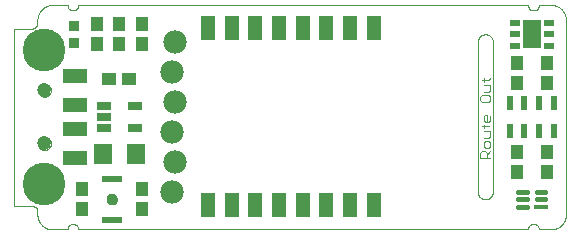
<source format=gts>
G75*
%MOIN*%
%OFA0B0*%
%FSLAX25Y25*%
%IPPOS*%
%LPD*%
%AMOC8*
5,1,8,0,0,1.08239X$1,22.5*
%
%ADD10C,0.00000*%
%ADD11C,0.00200*%
%ADD12R,0.05124X0.08274*%
%ADD13R,0.03200X0.02000*%
%ADD14R,0.06300X0.09800*%
%ADD15R,0.04337X0.04731*%
%ADD16C,0.14243*%
%ADD17R,0.08274X0.05124*%
%ADD18C,0.04731*%
%ADD19R,0.04731X0.04337*%
%ADD20R,0.03550X0.03550*%
%ADD21R,0.05124X0.02565*%
%ADD22C,0.07800*%
%ADD23C,0.03746*%
%ADD24R,0.06693X0.02362*%
%ADD25R,0.05912X0.06699*%
%ADD26R,0.04534X0.01581*%
%ADD27C,0.01581*%
%ADD28R,0.02369X0.05124*%
D10*
X0059959Y0009119D02*
X0059959Y0068175D01*
X0065864Y0068175D01*
X0065864Y0068174D02*
X0065950Y0068176D01*
X0066036Y0068181D01*
X0066121Y0068191D01*
X0066206Y0068204D01*
X0066290Y0068221D01*
X0066374Y0068241D01*
X0066456Y0068265D01*
X0066537Y0068293D01*
X0066618Y0068324D01*
X0066696Y0068358D01*
X0066773Y0068396D01*
X0066849Y0068438D01*
X0066922Y0068482D01*
X0066993Y0068530D01*
X0067063Y0068581D01*
X0067130Y0068635D01*
X0067194Y0068691D01*
X0067256Y0068751D01*
X0067316Y0068813D01*
X0067372Y0068877D01*
X0067426Y0068944D01*
X0067477Y0069014D01*
X0067525Y0069085D01*
X0067569Y0069159D01*
X0067611Y0069234D01*
X0067649Y0069311D01*
X0067683Y0069389D01*
X0067714Y0069470D01*
X0067742Y0069551D01*
X0067766Y0069633D01*
X0067786Y0069717D01*
X0067803Y0069801D01*
X0067816Y0069886D01*
X0067826Y0069971D01*
X0067831Y0070057D01*
X0067833Y0070143D01*
X0067833Y0071049D01*
X0067835Y0071189D01*
X0067841Y0071329D01*
X0067851Y0071469D01*
X0067864Y0071609D01*
X0067882Y0071748D01*
X0067904Y0071887D01*
X0067929Y0072024D01*
X0067958Y0072162D01*
X0067991Y0072298D01*
X0068028Y0072433D01*
X0068069Y0072567D01*
X0068114Y0072700D01*
X0068162Y0072832D01*
X0068214Y0072962D01*
X0068269Y0073091D01*
X0068328Y0073218D01*
X0068391Y0073344D01*
X0068457Y0073468D01*
X0068526Y0073589D01*
X0068599Y0073709D01*
X0068676Y0073827D01*
X0068755Y0073942D01*
X0068838Y0074056D01*
X0068924Y0074166D01*
X0069013Y0074275D01*
X0069105Y0074381D01*
X0069200Y0074484D01*
X0069297Y0074585D01*
X0069398Y0074682D01*
X0069501Y0074777D01*
X0069607Y0074869D01*
X0069716Y0074958D01*
X0069826Y0075044D01*
X0069940Y0075127D01*
X0070055Y0075206D01*
X0070173Y0075283D01*
X0070293Y0075356D01*
X0070414Y0075425D01*
X0070538Y0075491D01*
X0070664Y0075554D01*
X0070791Y0075613D01*
X0070920Y0075668D01*
X0071050Y0075720D01*
X0071182Y0075768D01*
X0071315Y0075813D01*
X0071449Y0075854D01*
X0071584Y0075891D01*
X0071720Y0075924D01*
X0071858Y0075953D01*
X0071995Y0075978D01*
X0072134Y0076000D01*
X0072273Y0076018D01*
X0072413Y0076031D01*
X0072553Y0076041D01*
X0072693Y0076047D01*
X0072833Y0076049D01*
X0077963Y0076049D01*
X0077963Y0075617D01*
X0077965Y0075549D01*
X0077970Y0075482D01*
X0077979Y0075415D01*
X0077992Y0075348D01*
X0078009Y0075283D01*
X0078028Y0075218D01*
X0078052Y0075154D01*
X0078079Y0075092D01*
X0078109Y0075031D01*
X0078142Y0074973D01*
X0078178Y0074916D01*
X0078218Y0074861D01*
X0078260Y0074808D01*
X0078306Y0074757D01*
X0078353Y0074710D01*
X0078404Y0074664D01*
X0078457Y0074622D01*
X0078512Y0074582D01*
X0078569Y0074546D01*
X0078627Y0074513D01*
X0078688Y0074483D01*
X0078750Y0074456D01*
X0078814Y0074432D01*
X0078879Y0074413D01*
X0078944Y0074396D01*
X0079011Y0074383D01*
X0079078Y0074374D01*
X0079145Y0074369D01*
X0079213Y0074367D01*
X0080075Y0074367D01*
X0080143Y0074369D01*
X0080210Y0074374D01*
X0080277Y0074383D01*
X0080344Y0074396D01*
X0080409Y0074413D01*
X0080474Y0074432D01*
X0080538Y0074456D01*
X0080600Y0074483D01*
X0080661Y0074513D01*
X0080719Y0074546D01*
X0080776Y0074582D01*
X0080831Y0074622D01*
X0080884Y0074664D01*
X0080935Y0074710D01*
X0080982Y0074757D01*
X0081028Y0074808D01*
X0081070Y0074861D01*
X0081110Y0074916D01*
X0081146Y0074973D01*
X0081179Y0075031D01*
X0081209Y0075092D01*
X0081236Y0075154D01*
X0081260Y0075218D01*
X0081279Y0075283D01*
X0081296Y0075348D01*
X0081309Y0075415D01*
X0081318Y0075482D01*
X0081323Y0075549D01*
X0081325Y0075617D01*
X0081325Y0076049D01*
X0231506Y0076049D01*
X0231506Y0075617D01*
X0231508Y0075549D01*
X0231513Y0075482D01*
X0231522Y0075415D01*
X0231535Y0075348D01*
X0231552Y0075283D01*
X0231571Y0075218D01*
X0231595Y0075154D01*
X0231622Y0075092D01*
X0231652Y0075031D01*
X0231685Y0074973D01*
X0231721Y0074916D01*
X0231761Y0074861D01*
X0231803Y0074808D01*
X0231849Y0074757D01*
X0231896Y0074710D01*
X0231947Y0074664D01*
X0232000Y0074622D01*
X0232055Y0074582D01*
X0232112Y0074546D01*
X0232170Y0074513D01*
X0232231Y0074483D01*
X0232293Y0074456D01*
X0232357Y0074432D01*
X0232422Y0074413D01*
X0232487Y0074396D01*
X0232554Y0074383D01*
X0232621Y0074374D01*
X0232688Y0074369D01*
X0232756Y0074367D01*
X0233618Y0074367D01*
X0233686Y0074369D01*
X0233753Y0074374D01*
X0233820Y0074383D01*
X0233887Y0074396D01*
X0233952Y0074413D01*
X0234017Y0074432D01*
X0234081Y0074456D01*
X0234143Y0074483D01*
X0234204Y0074513D01*
X0234262Y0074546D01*
X0234319Y0074582D01*
X0234374Y0074622D01*
X0234427Y0074664D01*
X0234478Y0074710D01*
X0234525Y0074757D01*
X0234571Y0074808D01*
X0234613Y0074861D01*
X0234653Y0074916D01*
X0234689Y0074973D01*
X0234722Y0075031D01*
X0234752Y0075092D01*
X0234779Y0075154D01*
X0234803Y0075218D01*
X0234822Y0075283D01*
X0234839Y0075348D01*
X0234852Y0075415D01*
X0234861Y0075482D01*
X0234866Y0075549D01*
X0234868Y0075617D01*
X0234868Y0076049D01*
X0238998Y0076049D01*
X0239138Y0076047D01*
X0239278Y0076041D01*
X0239418Y0076031D01*
X0239558Y0076018D01*
X0239697Y0076000D01*
X0239836Y0075978D01*
X0239973Y0075953D01*
X0240111Y0075924D01*
X0240247Y0075891D01*
X0240382Y0075854D01*
X0240516Y0075813D01*
X0240649Y0075768D01*
X0240781Y0075720D01*
X0240911Y0075668D01*
X0241040Y0075613D01*
X0241167Y0075554D01*
X0241293Y0075491D01*
X0241417Y0075425D01*
X0241538Y0075356D01*
X0241658Y0075283D01*
X0241776Y0075206D01*
X0241891Y0075127D01*
X0242005Y0075044D01*
X0242115Y0074958D01*
X0242224Y0074869D01*
X0242330Y0074777D01*
X0242433Y0074682D01*
X0242534Y0074585D01*
X0242631Y0074484D01*
X0242726Y0074381D01*
X0242818Y0074275D01*
X0242907Y0074166D01*
X0242993Y0074056D01*
X0243076Y0073942D01*
X0243155Y0073827D01*
X0243232Y0073709D01*
X0243305Y0073589D01*
X0243374Y0073468D01*
X0243440Y0073344D01*
X0243503Y0073218D01*
X0243562Y0073091D01*
X0243617Y0072962D01*
X0243669Y0072832D01*
X0243717Y0072700D01*
X0243762Y0072567D01*
X0243803Y0072433D01*
X0243840Y0072298D01*
X0243873Y0072162D01*
X0243902Y0072024D01*
X0243927Y0071887D01*
X0243949Y0071748D01*
X0243967Y0071609D01*
X0243980Y0071469D01*
X0243990Y0071329D01*
X0243996Y0071189D01*
X0243998Y0071049D01*
X0243998Y0006245D01*
X0243996Y0006105D01*
X0243990Y0005965D01*
X0243980Y0005825D01*
X0243967Y0005685D01*
X0243949Y0005546D01*
X0243927Y0005407D01*
X0243902Y0005270D01*
X0243873Y0005132D01*
X0243840Y0004996D01*
X0243803Y0004861D01*
X0243762Y0004727D01*
X0243717Y0004594D01*
X0243669Y0004462D01*
X0243617Y0004332D01*
X0243562Y0004203D01*
X0243503Y0004076D01*
X0243440Y0003950D01*
X0243374Y0003826D01*
X0243305Y0003705D01*
X0243232Y0003585D01*
X0243155Y0003467D01*
X0243076Y0003352D01*
X0242993Y0003238D01*
X0242907Y0003128D01*
X0242818Y0003019D01*
X0242726Y0002913D01*
X0242631Y0002810D01*
X0242534Y0002709D01*
X0242433Y0002612D01*
X0242330Y0002517D01*
X0242224Y0002425D01*
X0242115Y0002336D01*
X0242005Y0002250D01*
X0241891Y0002167D01*
X0241776Y0002088D01*
X0241658Y0002011D01*
X0241538Y0001938D01*
X0241417Y0001869D01*
X0241293Y0001803D01*
X0241167Y0001740D01*
X0241040Y0001681D01*
X0240911Y0001626D01*
X0240781Y0001574D01*
X0240649Y0001526D01*
X0240516Y0001481D01*
X0240382Y0001440D01*
X0240247Y0001403D01*
X0240111Y0001370D01*
X0239973Y0001341D01*
X0239836Y0001316D01*
X0239697Y0001294D01*
X0239558Y0001276D01*
X0239418Y0001263D01*
X0239278Y0001253D01*
X0239138Y0001247D01*
X0238998Y0001245D01*
X0234868Y0001245D01*
X0234868Y0001677D01*
X0234866Y0001745D01*
X0234861Y0001812D01*
X0234852Y0001879D01*
X0234839Y0001946D01*
X0234822Y0002011D01*
X0234803Y0002076D01*
X0234779Y0002140D01*
X0234752Y0002202D01*
X0234722Y0002263D01*
X0234689Y0002321D01*
X0234653Y0002378D01*
X0234613Y0002433D01*
X0234571Y0002486D01*
X0234525Y0002537D01*
X0234478Y0002584D01*
X0234427Y0002630D01*
X0234374Y0002672D01*
X0234319Y0002712D01*
X0234262Y0002748D01*
X0234204Y0002781D01*
X0234143Y0002811D01*
X0234081Y0002838D01*
X0234017Y0002862D01*
X0233952Y0002881D01*
X0233887Y0002898D01*
X0233820Y0002911D01*
X0233753Y0002920D01*
X0233686Y0002925D01*
X0233618Y0002927D01*
X0232756Y0002927D01*
X0232688Y0002925D01*
X0232621Y0002920D01*
X0232554Y0002911D01*
X0232487Y0002898D01*
X0232422Y0002881D01*
X0232357Y0002862D01*
X0232293Y0002838D01*
X0232231Y0002811D01*
X0232170Y0002781D01*
X0232112Y0002748D01*
X0232055Y0002712D01*
X0232000Y0002672D01*
X0231947Y0002630D01*
X0231896Y0002584D01*
X0231849Y0002537D01*
X0231803Y0002486D01*
X0231761Y0002433D01*
X0231721Y0002378D01*
X0231685Y0002321D01*
X0231652Y0002263D01*
X0231622Y0002202D01*
X0231595Y0002140D01*
X0231571Y0002076D01*
X0231552Y0002011D01*
X0231535Y0001946D01*
X0231522Y0001879D01*
X0231513Y0001812D01*
X0231508Y0001745D01*
X0231506Y0001677D01*
X0231506Y0001245D01*
X0081325Y0001245D01*
X0081325Y0001677D01*
X0081323Y0001745D01*
X0081318Y0001812D01*
X0081309Y0001879D01*
X0081296Y0001946D01*
X0081279Y0002011D01*
X0081260Y0002076D01*
X0081236Y0002140D01*
X0081209Y0002202D01*
X0081179Y0002263D01*
X0081146Y0002321D01*
X0081110Y0002378D01*
X0081070Y0002433D01*
X0081028Y0002486D01*
X0080982Y0002537D01*
X0080935Y0002584D01*
X0080884Y0002630D01*
X0080831Y0002672D01*
X0080776Y0002712D01*
X0080719Y0002748D01*
X0080661Y0002781D01*
X0080600Y0002811D01*
X0080538Y0002838D01*
X0080474Y0002862D01*
X0080409Y0002881D01*
X0080344Y0002898D01*
X0080277Y0002911D01*
X0080210Y0002920D01*
X0080143Y0002925D01*
X0080075Y0002927D01*
X0079213Y0002927D01*
X0079145Y0002925D01*
X0079078Y0002920D01*
X0079011Y0002911D01*
X0078944Y0002898D01*
X0078879Y0002881D01*
X0078814Y0002862D01*
X0078750Y0002838D01*
X0078688Y0002811D01*
X0078627Y0002781D01*
X0078569Y0002748D01*
X0078512Y0002712D01*
X0078457Y0002672D01*
X0078404Y0002630D01*
X0078353Y0002584D01*
X0078306Y0002537D01*
X0078260Y0002486D01*
X0078218Y0002433D01*
X0078178Y0002378D01*
X0078142Y0002321D01*
X0078109Y0002263D01*
X0078079Y0002202D01*
X0078052Y0002140D01*
X0078028Y0002076D01*
X0078009Y0002011D01*
X0077992Y0001946D01*
X0077979Y0001879D01*
X0077970Y0001812D01*
X0077965Y0001745D01*
X0077963Y0001677D01*
X0077963Y0001245D01*
X0072833Y0001245D01*
X0072693Y0001247D01*
X0072553Y0001253D01*
X0072413Y0001263D01*
X0072273Y0001276D01*
X0072134Y0001294D01*
X0071995Y0001316D01*
X0071858Y0001341D01*
X0071720Y0001370D01*
X0071584Y0001403D01*
X0071449Y0001440D01*
X0071315Y0001481D01*
X0071182Y0001526D01*
X0071050Y0001574D01*
X0070920Y0001626D01*
X0070791Y0001681D01*
X0070664Y0001740D01*
X0070538Y0001803D01*
X0070414Y0001869D01*
X0070293Y0001938D01*
X0070173Y0002011D01*
X0070055Y0002088D01*
X0069940Y0002167D01*
X0069826Y0002250D01*
X0069716Y0002336D01*
X0069607Y0002425D01*
X0069501Y0002517D01*
X0069398Y0002612D01*
X0069297Y0002709D01*
X0069200Y0002810D01*
X0069105Y0002913D01*
X0069013Y0003019D01*
X0068924Y0003128D01*
X0068838Y0003238D01*
X0068755Y0003352D01*
X0068676Y0003467D01*
X0068599Y0003585D01*
X0068526Y0003705D01*
X0068457Y0003826D01*
X0068391Y0003950D01*
X0068328Y0004076D01*
X0068269Y0004203D01*
X0068214Y0004332D01*
X0068162Y0004462D01*
X0068114Y0004594D01*
X0068069Y0004727D01*
X0068028Y0004861D01*
X0067991Y0004996D01*
X0067958Y0005132D01*
X0067929Y0005270D01*
X0067904Y0005407D01*
X0067882Y0005546D01*
X0067864Y0005685D01*
X0067851Y0005825D01*
X0067841Y0005965D01*
X0067835Y0006105D01*
X0067833Y0006245D01*
X0067833Y0007151D01*
X0067831Y0007237D01*
X0067826Y0007323D01*
X0067816Y0007408D01*
X0067803Y0007493D01*
X0067786Y0007577D01*
X0067766Y0007661D01*
X0067742Y0007743D01*
X0067714Y0007824D01*
X0067683Y0007905D01*
X0067649Y0007983D01*
X0067611Y0008060D01*
X0067569Y0008136D01*
X0067525Y0008209D01*
X0067477Y0008280D01*
X0067426Y0008350D01*
X0067372Y0008417D01*
X0067316Y0008481D01*
X0067256Y0008543D01*
X0067194Y0008603D01*
X0067130Y0008659D01*
X0067063Y0008713D01*
X0066993Y0008764D01*
X0066922Y0008812D01*
X0066849Y0008856D01*
X0066773Y0008898D01*
X0066696Y0008936D01*
X0066618Y0008970D01*
X0066537Y0009001D01*
X0066456Y0009029D01*
X0066374Y0009053D01*
X0066290Y0009073D01*
X0066206Y0009090D01*
X0066121Y0009103D01*
X0066036Y0009113D01*
X0065950Y0009118D01*
X0065864Y0009120D01*
X0065864Y0009119D02*
X0059959Y0009119D01*
X0090975Y0011245D02*
X0090977Y0011326D01*
X0090983Y0011408D01*
X0090993Y0011489D01*
X0091007Y0011569D01*
X0091024Y0011648D01*
X0091046Y0011727D01*
X0091071Y0011804D01*
X0091100Y0011881D01*
X0091133Y0011955D01*
X0091170Y0012028D01*
X0091209Y0012099D01*
X0091253Y0012168D01*
X0091299Y0012235D01*
X0091349Y0012299D01*
X0091402Y0012361D01*
X0091458Y0012421D01*
X0091516Y0012477D01*
X0091578Y0012531D01*
X0091642Y0012582D01*
X0091708Y0012629D01*
X0091776Y0012673D01*
X0091847Y0012714D01*
X0091919Y0012751D01*
X0091994Y0012785D01*
X0092069Y0012815D01*
X0092147Y0012841D01*
X0092225Y0012864D01*
X0092304Y0012882D01*
X0092384Y0012897D01*
X0092465Y0012908D01*
X0092546Y0012915D01*
X0092628Y0012918D01*
X0092709Y0012917D01*
X0092790Y0012912D01*
X0092871Y0012903D01*
X0092952Y0012890D01*
X0093032Y0012873D01*
X0093110Y0012853D01*
X0093188Y0012828D01*
X0093265Y0012800D01*
X0093340Y0012768D01*
X0093413Y0012733D01*
X0093484Y0012694D01*
X0093554Y0012651D01*
X0093621Y0012606D01*
X0093687Y0012557D01*
X0093749Y0012505D01*
X0093809Y0012449D01*
X0093866Y0012391D01*
X0093921Y0012331D01*
X0093972Y0012267D01*
X0094020Y0012202D01*
X0094065Y0012134D01*
X0094107Y0012064D01*
X0094145Y0011992D01*
X0094180Y0011918D01*
X0094211Y0011843D01*
X0094238Y0011766D01*
X0094261Y0011688D01*
X0094281Y0011609D01*
X0094297Y0011529D01*
X0094309Y0011448D01*
X0094317Y0011367D01*
X0094321Y0011286D01*
X0094321Y0011204D01*
X0094317Y0011123D01*
X0094309Y0011042D01*
X0094297Y0010961D01*
X0094281Y0010881D01*
X0094261Y0010802D01*
X0094238Y0010724D01*
X0094211Y0010647D01*
X0094180Y0010572D01*
X0094145Y0010498D01*
X0094107Y0010426D01*
X0094065Y0010356D01*
X0094020Y0010288D01*
X0093972Y0010223D01*
X0093921Y0010159D01*
X0093866Y0010099D01*
X0093809Y0010041D01*
X0093749Y0009985D01*
X0093687Y0009933D01*
X0093621Y0009884D01*
X0093554Y0009839D01*
X0093485Y0009796D01*
X0093413Y0009757D01*
X0093340Y0009722D01*
X0093265Y0009690D01*
X0093188Y0009662D01*
X0093110Y0009637D01*
X0093032Y0009617D01*
X0092952Y0009600D01*
X0092871Y0009587D01*
X0092790Y0009578D01*
X0092709Y0009573D01*
X0092628Y0009572D01*
X0092546Y0009575D01*
X0092465Y0009582D01*
X0092384Y0009593D01*
X0092304Y0009608D01*
X0092225Y0009626D01*
X0092147Y0009649D01*
X0092069Y0009675D01*
X0091994Y0009705D01*
X0091919Y0009739D01*
X0091847Y0009776D01*
X0091776Y0009817D01*
X0091708Y0009861D01*
X0091642Y0009908D01*
X0091578Y0009959D01*
X0091516Y0010013D01*
X0091458Y0010069D01*
X0091402Y0010129D01*
X0091349Y0010191D01*
X0091299Y0010255D01*
X0091253Y0010322D01*
X0091209Y0010391D01*
X0091170Y0010462D01*
X0091133Y0010535D01*
X0091100Y0010609D01*
X0091071Y0010686D01*
X0091046Y0010763D01*
X0091024Y0010842D01*
X0091007Y0010921D01*
X0090993Y0011001D01*
X0090983Y0011082D01*
X0090977Y0011164D01*
X0090975Y0011245D01*
X0067983Y0029887D02*
X0067985Y0029980D01*
X0067991Y0030072D01*
X0068001Y0030164D01*
X0068015Y0030255D01*
X0068032Y0030346D01*
X0068054Y0030436D01*
X0068079Y0030525D01*
X0068108Y0030613D01*
X0068141Y0030699D01*
X0068178Y0030784D01*
X0068218Y0030868D01*
X0068262Y0030949D01*
X0068309Y0031029D01*
X0068359Y0031107D01*
X0068413Y0031182D01*
X0068470Y0031255D01*
X0068530Y0031325D01*
X0068593Y0031393D01*
X0068659Y0031458D01*
X0068727Y0031520D01*
X0068798Y0031580D01*
X0068872Y0031636D01*
X0068948Y0031689D01*
X0069026Y0031738D01*
X0069106Y0031785D01*
X0069188Y0031827D01*
X0069272Y0031867D01*
X0069357Y0031902D01*
X0069444Y0031934D01*
X0069532Y0031963D01*
X0069621Y0031987D01*
X0069711Y0032008D01*
X0069802Y0032024D01*
X0069894Y0032037D01*
X0069986Y0032046D01*
X0070079Y0032051D01*
X0070171Y0032052D01*
X0070264Y0032049D01*
X0070356Y0032042D01*
X0070448Y0032031D01*
X0070539Y0032016D01*
X0070630Y0031998D01*
X0070720Y0031975D01*
X0070808Y0031949D01*
X0070896Y0031919D01*
X0070982Y0031885D01*
X0071066Y0031848D01*
X0071149Y0031806D01*
X0071230Y0031762D01*
X0071310Y0031714D01*
X0071387Y0031663D01*
X0071461Y0031608D01*
X0071534Y0031550D01*
X0071604Y0031490D01*
X0071671Y0031426D01*
X0071735Y0031360D01*
X0071797Y0031290D01*
X0071855Y0031219D01*
X0071910Y0031145D01*
X0071962Y0031068D01*
X0072011Y0030989D01*
X0072057Y0030909D01*
X0072099Y0030826D01*
X0072137Y0030742D01*
X0072172Y0030656D01*
X0072203Y0030569D01*
X0072230Y0030481D01*
X0072253Y0030391D01*
X0072273Y0030301D01*
X0072289Y0030210D01*
X0072301Y0030118D01*
X0072309Y0030026D01*
X0072313Y0029933D01*
X0072313Y0029841D01*
X0072309Y0029748D01*
X0072301Y0029656D01*
X0072289Y0029564D01*
X0072273Y0029473D01*
X0072253Y0029383D01*
X0072230Y0029293D01*
X0072203Y0029205D01*
X0072172Y0029118D01*
X0072137Y0029032D01*
X0072099Y0028948D01*
X0072057Y0028865D01*
X0072011Y0028785D01*
X0071962Y0028706D01*
X0071910Y0028629D01*
X0071855Y0028555D01*
X0071797Y0028484D01*
X0071735Y0028414D01*
X0071671Y0028348D01*
X0071604Y0028284D01*
X0071534Y0028224D01*
X0071461Y0028166D01*
X0071387Y0028111D01*
X0071310Y0028060D01*
X0071231Y0028012D01*
X0071149Y0027968D01*
X0071066Y0027926D01*
X0070982Y0027889D01*
X0070896Y0027855D01*
X0070808Y0027825D01*
X0070720Y0027799D01*
X0070630Y0027776D01*
X0070539Y0027758D01*
X0070448Y0027743D01*
X0070356Y0027732D01*
X0070264Y0027725D01*
X0070171Y0027722D01*
X0070079Y0027723D01*
X0069986Y0027728D01*
X0069894Y0027737D01*
X0069802Y0027750D01*
X0069711Y0027766D01*
X0069621Y0027787D01*
X0069532Y0027811D01*
X0069444Y0027840D01*
X0069357Y0027872D01*
X0069272Y0027907D01*
X0069188Y0027947D01*
X0069106Y0027989D01*
X0069026Y0028036D01*
X0068948Y0028085D01*
X0068872Y0028138D01*
X0068798Y0028194D01*
X0068727Y0028254D01*
X0068659Y0028316D01*
X0068593Y0028381D01*
X0068530Y0028449D01*
X0068470Y0028519D01*
X0068413Y0028592D01*
X0068359Y0028667D01*
X0068309Y0028745D01*
X0068262Y0028825D01*
X0068218Y0028906D01*
X0068178Y0028990D01*
X0068141Y0029075D01*
X0068108Y0029161D01*
X0068079Y0029249D01*
X0068054Y0029338D01*
X0068032Y0029428D01*
X0068015Y0029519D01*
X0068001Y0029610D01*
X0067991Y0029702D01*
X0067985Y0029794D01*
X0067983Y0029887D01*
X0067983Y0047604D02*
X0067985Y0047697D01*
X0067991Y0047789D01*
X0068001Y0047881D01*
X0068015Y0047972D01*
X0068032Y0048063D01*
X0068054Y0048153D01*
X0068079Y0048242D01*
X0068108Y0048330D01*
X0068141Y0048416D01*
X0068178Y0048501D01*
X0068218Y0048585D01*
X0068262Y0048666D01*
X0068309Y0048746D01*
X0068359Y0048824D01*
X0068413Y0048899D01*
X0068470Y0048972D01*
X0068530Y0049042D01*
X0068593Y0049110D01*
X0068659Y0049175D01*
X0068727Y0049237D01*
X0068798Y0049297D01*
X0068872Y0049353D01*
X0068948Y0049406D01*
X0069026Y0049455D01*
X0069106Y0049502D01*
X0069188Y0049544D01*
X0069272Y0049584D01*
X0069357Y0049619D01*
X0069444Y0049651D01*
X0069532Y0049680D01*
X0069621Y0049704D01*
X0069711Y0049725D01*
X0069802Y0049741D01*
X0069894Y0049754D01*
X0069986Y0049763D01*
X0070079Y0049768D01*
X0070171Y0049769D01*
X0070264Y0049766D01*
X0070356Y0049759D01*
X0070448Y0049748D01*
X0070539Y0049733D01*
X0070630Y0049715D01*
X0070720Y0049692D01*
X0070808Y0049666D01*
X0070896Y0049636D01*
X0070982Y0049602D01*
X0071066Y0049565D01*
X0071149Y0049523D01*
X0071230Y0049479D01*
X0071310Y0049431D01*
X0071387Y0049380D01*
X0071461Y0049325D01*
X0071534Y0049267D01*
X0071604Y0049207D01*
X0071671Y0049143D01*
X0071735Y0049077D01*
X0071797Y0049007D01*
X0071855Y0048936D01*
X0071910Y0048862D01*
X0071962Y0048785D01*
X0072011Y0048706D01*
X0072057Y0048626D01*
X0072099Y0048543D01*
X0072137Y0048459D01*
X0072172Y0048373D01*
X0072203Y0048286D01*
X0072230Y0048198D01*
X0072253Y0048108D01*
X0072273Y0048018D01*
X0072289Y0047927D01*
X0072301Y0047835D01*
X0072309Y0047743D01*
X0072313Y0047650D01*
X0072313Y0047558D01*
X0072309Y0047465D01*
X0072301Y0047373D01*
X0072289Y0047281D01*
X0072273Y0047190D01*
X0072253Y0047100D01*
X0072230Y0047010D01*
X0072203Y0046922D01*
X0072172Y0046835D01*
X0072137Y0046749D01*
X0072099Y0046665D01*
X0072057Y0046582D01*
X0072011Y0046502D01*
X0071962Y0046423D01*
X0071910Y0046346D01*
X0071855Y0046272D01*
X0071797Y0046201D01*
X0071735Y0046131D01*
X0071671Y0046065D01*
X0071604Y0046001D01*
X0071534Y0045941D01*
X0071461Y0045883D01*
X0071387Y0045828D01*
X0071310Y0045777D01*
X0071231Y0045729D01*
X0071149Y0045685D01*
X0071066Y0045643D01*
X0070982Y0045606D01*
X0070896Y0045572D01*
X0070808Y0045542D01*
X0070720Y0045516D01*
X0070630Y0045493D01*
X0070539Y0045475D01*
X0070448Y0045460D01*
X0070356Y0045449D01*
X0070264Y0045442D01*
X0070171Y0045439D01*
X0070079Y0045440D01*
X0069986Y0045445D01*
X0069894Y0045454D01*
X0069802Y0045467D01*
X0069711Y0045483D01*
X0069621Y0045504D01*
X0069532Y0045528D01*
X0069444Y0045557D01*
X0069357Y0045589D01*
X0069272Y0045624D01*
X0069188Y0045664D01*
X0069106Y0045706D01*
X0069026Y0045753D01*
X0068948Y0045802D01*
X0068872Y0045855D01*
X0068798Y0045911D01*
X0068727Y0045971D01*
X0068659Y0046033D01*
X0068593Y0046098D01*
X0068530Y0046166D01*
X0068470Y0046236D01*
X0068413Y0046309D01*
X0068359Y0046384D01*
X0068309Y0046462D01*
X0068262Y0046542D01*
X0068218Y0046623D01*
X0068178Y0046707D01*
X0068141Y0046792D01*
X0068108Y0046878D01*
X0068079Y0046966D01*
X0068054Y0047055D01*
X0068032Y0047145D01*
X0068015Y0047236D01*
X0068001Y0047327D01*
X0067991Y0047419D01*
X0067985Y0047511D01*
X0067983Y0047604D01*
X0214648Y0063745D02*
X0214648Y0013745D01*
X0217148Y0011245D02*
X0217246Y0011247D01*
X0217344Y0011253D01*
X0217442Y0011262D01*
X0217539Y0011276D01*
X0217636Y0011293D01*
X0217732Y0011314D01*
X0217827Y0011339D01*
X0217921Y0011367D01*
X0218013Y0011400D01*
X0218105Y0011435D01*
X0218195Y0011475D01*
X0218283Y0011517D01*
X0218370Y0011564D01*
X0218454Y0011613D01*
X0218537Y0011666D01*
X0218617Y0011722D01*
X0218696Y0011782D01*
X0218772Y0011844D01*
X0218845Y0011909D01*
X0218916Y0011977D01*
X0218984Y0012048D01*
X0219049Y0012121D01*
X0219111Y0012197D01*
X0219171Y0012276D01*
X0219227Y0012356D01*
X0219280Y0012439D01*
X0219329Y0012523D01*
X0219376Y0012610D01*
X0219418Y0012698D01*
X0219458Y0012788D01*
X0219493Y0012880D01*
X0219526Y0012972D01*
X0219554Y0013066D01*
X0219579Y0013161D01*
X0219600Y0013257D01*
X0219617Y0013354D01*
X0219631Y0013451D01*
X0219640Y0013549D01*
X0219646Y0013647D01*
X0219648Y0013745D01*
X0219648Y0063745D01*
X0217148Y0066245D02*
X0217050Y0066243D01*
X0216952Y0066237D01*
X0216854Y0066228D01*
X0216757Y0066214D01*
X0216660Y0066197D01*
X0216564Y0066176D01*
X0216469Y0066151D01*
X0216375Y0066123D01*
X0216283Y0066090D01*
X0216191Y0066055D01*
X0216101Y0066015D01*
X0216013Y0065973D01*
X0215926Y0065926D01*
X0215842Y0065877D01*
X0215759Y0065824D01*
X0215679Y0065768D01*
X0215600Y0065708D01*
X0215524Y0065646D01*
X0215451Y0065581D01*
X0215380Y0065513D01*
X0215312Y0065442D01*
X0215247Y0065369D01*
X0215185Y0065293D01*
X0215125Y0065214D01*
X0215069Y0065134D01*
X0215016Y0065051D01*
X0214967Y0064967D01*
X0214920Y0064880D01*
X0214878Y0064792D01*
X0214838Y0064702D01*
X0214803Y0064610D01*
X0214770Y0064518D01*
X0214742Y0064424D01*
X0214717Y0064329D01*
X0214696Y0064233D01*
X0214679Y0064136D01*
X0214665Y0064039D01*
X0214656Y0063941D01*
X0214650Y0063843D01*
X0214648Y0063745D01*
X0217148Y0066245D02*
X0217246Y0066243D01*
X0217344Y0066237D01*
X0217442Y0066228D01*
X0217539Y0066214D01*
X0217636Y0066197D01*
X0217732Y0066176D01*
X0217827Y0066151D01*
X0217921Y0066123D01*
X0218013Y0066090D01*
X0218105Y0066055D01*
X0218195Y0066015D01*
X0218283Y0065973D01*
X0218370Y0065926D01*
X0218454Y0065877D01*
X0218537Y0065824D01*
X0218617Y0065768D01*
X0218696Y0065708D01*
X0218772Y0065646D01*
X0218845Y0065581D01*
X0218916Y0065513D01*
X0218984Y0065442D01*
X0219049Y0065369D01*
X0219111Y0065293D01*
X0219171Y0065214D01*
X0219227Y0065134D01*
X0219280Y0065051D01*
X0219329Y0064967D01*
X0219376Y0064880D01*
X0219418Y0064792D01*
X0219458Y0064702D01*
X0219493Y0064610D01*
X0219526Y0064518D01*
X0219554Y0064424D01*
X0219579Y0064329D01*
X0219600Y0064233D01*
X0219617Y0064136D01*
X0219631Y0064039D01*
X0219640Y0063941D01*
X0219646Y0063843D01*
X0219648Y0063745D01*
X0214648Y0013745D02*
X0214650Y0013647D01*
X0214656Y0013549D01*
X0214665Y0013451D01*
X0214679Y0013354D01*
X0214696Y0013257D01*
X0214717Y0013161D01*
X0214742Y0013066D01*
X0214770Y0012972D01*
X0214803Y0012880D01*
X0214838Y0012788D01*
X0214878Y0012698D01*
X0214920Y0012610D01*
X0214967Y0012523D01*
X0215016Y0012439D01*
X0215069Y0012356D01*
X0215125Y0012276D01*
X0215185Y0012197D01*
X0215247Y0012121D01*
X0215312Y0012048D01*
X0215380Y0011977D01*
X0215451Y0011909D01*
X0215524Y0011844D01*
X0215600Y0011782D01*
X0215679Y0011722D01*
X0215759Y0011666D01*
X0215842Y0011613D01*
X0215926Y0011564D01*
X0216013Y0011517D01*
X0216101Y0011475D01*
X0216191Y0011435D01*
X0216283Y0011400D01*
X0216375Y0011367D01*
X0216469Y0011339D01*
X0216564Y0011314D01*
X0216660Y0011293D01*
X0216757Y0011276D01*
X0216854Y0011262D01*
X0216952Y0011253D01*
X0217050Y0011247D01*
X0217148Y0011245D01*
D11*
X0217713Y0025034D02*
X0217713Y0026735D01*
X0217146Y0027302D01*
X0216012Y0027302D01*
X0215445Y0026735D01*
X0215445Y0025034D01*
X0218848Y0025034D01*
X0217713Y0026168D02*
X0218848Y0027302D01*
X0218280Y0028348D02*
X0217146Y0028348D01*
X0216579Y0028916D01*
X0216579Y0030050D01*
X0217146Y0030617D01*
X0218280Y0030617D01*
X0218848Y0030050D01*
X0218848Y0028916D01*
X0218280Y0028348D01*
X0218280Y0031663D02*
X0216579Y0031663D01*
X0218280Y0031663D02*
X0218848Y0032230D01*
X0218848Y0033932D01*
X0216579Y0033932D01*
X0216579Y0034978D02*
X0216579Y0036112D01*
X0216012Y0035545D02*
X0218280Y0035545D01*
X0218848Y0036112D01*
X0218280Y0037188D02*
X0217146Y0037188D01*
X0216579Y0037755D01*
X0216579Y0038889D01*
X0217146Y0039457D01*
X0217713Y0039457D01*
X0217713Y0037188D01*
X0218280Y0037188D02*
X0218848Y0037755D01*
X0218848Y0038889D01*
X0218280Y0043818D02*
X0216012Y0043818D01*
X0215445Y0044385D01*
X0215445Y0045519D01*
X0216012Y0046086D01*
X0218280Y0046086D01*
X0218848Y0045519D01*
X0218848Y0044385D01*
X0218280Y0043818D01*
X0218280Y0047132D02*
X0216579Y0047132D01*
X0218280Y0047132D02*
X0218848Y0047700D01*
X0218848Y0049401D01*
X0216579Y0049401D01*
X0216579Y0050447D02*
X0216579Y0051582D01*
X0216012Y0051014D02*
X0218280Y0051014D01*
X0218848Y0051582D01*
D12*
X0179864Y0068273D03*
X0171990Y0068273D03*
X0164116Y0068273D03*
X0156242Y0068273D03*
X0148368Y0068273D03*
X0140494Y0068273D03*
X0132620Y0068273D03*
X0124746Y0068273D03*
X0124746Y0009218D03*
X0132620Y0009218D03*
X0140494Y0009218D03*
X0148368Y0009218D03*
X0156242Y0009218D03*
X0164116Y0009218D03*
X0171990Y0009218D03*
X0179864Y0009218D03*
D13*
X0226948Y0062345D03*
X0226948Y0066245D03*
X0226948Y0070145D03*
X0238348Y0070145D03*
X0238348Y0066245D03*
X0238348Y0062345D03*
D14*
X0232648Y0066245D03*
D15*
X0237648Y0056592D03*
X0227648Y0056592D03*
X0227648Y0049899D03*
X0237648Y0049899D03*
X0237648Y0027092D03*
X0227648Y0027092D03*
X0227648Y0020399D03*
X0237648Y0020399D03*
X0102648Y0014592D03*
X0102648Y0007899D03*
X0082648Y0007899D03*
X0082648Y0014592D03*
X0087648Y0062899D03*
X0095148Y0062899D03*
X0102648Y0062899D03*
X0102648Y0069592D03*
X0095148Y0069592D03*
X0087648Y0069592D03*
D16*
X0070148Y0061186D03*
X0070148Y0016304D03*
D17*
X0080384Y0024966D03*
X0080384Y0034808D03*
X0080384Y0042682D03*
X0080384Y0052525D03*
D18*
X0070148Y0047604D03*
X0070148Y0029887D03*
D19*
X0091801Y0051245D03*
X0098494Y0051245D03*
D20*
X0080148Y0063293D03*
X0080148Y0069198D03*
D21*
X0090029Y0042486D03*
X0100266Y0042486D03*
X0090029Y0038745D03*
X0090029Y0035005D03*
X0100266Y0035005D03*
D22*
X0112648Y0033745D03*
X0113648Y0043745D03*
X0112648Y0053745D03*
X0113648Y0063745D03*
X0113648Y0023745D03*
X0112648Y0013745D03*
D23*
X0092648Y0011245D03*
D24*
X0092648Y0004356D03*
X0092648Y0018135D03*
D25*
X0089636Y0026245D03*
X0100659Y0026245D03*
D26*
X0235699Y0008686D03*
D27*
X0234222Y0011245D02*
X0237176Y0011245D01*
X0237176Y0011245D01*
X0234222Y0011245D01*
X0234222Y0011245D01*
X0231073Y0011245D02*
X0228119Y0011245D01*
X0231073Y0011245D02*
X0231073Y0011245D01*
X0228119Y0011245D01*
X0228119Y0011245D01*
X0228119Y0008686D02*
X0231073Y0008686D01*
X0231073Y0008686D01*
X0228119Y0008686D01*
X0228119Y0008686D01*
X0228119Y0013804D02*
X0231073Y0013804D01*
X0231073Y0013804D01*
X0228119Y0013804D01*
X0228119Y0013804D01*
X0234222Y0013804D02*
X0237176Y0013804D01*
X0237176Y0013804D01*
X0234222Y0013804D01*
X0234222Y0013804D01*
D28*
X0235108Y0034021D03*
X0230187Y0034021D03*
X0225266Y0034021D03*
X0240030Y0034021D03*
X0240030Y0043470D03*
X0235108Y0043470D03*
X0230187Y0043470D03*
X0225266Y0043470D03*
M02*

</source>
